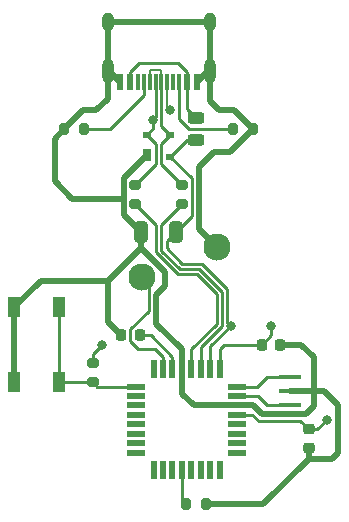
<source format=gbr>
%TF.GenerationSoftware,KiCad,Pcbnew,8.0.7*%
%TF.CreationDate,2025-02-15T22:59:02+05:30*%
%TF.ProjectId,isopcb,69736f70-6362-42e6-9b69-6361645f7063,rev?*%
%TF.SameCoordinates,Original*%
%TF.FileFunction,Copper,L2,Bot*%
%TF.FilePolarity,Positive*%
%FSLAX46Y46*%
G04 Gerber Fmt 4.6, Leading zero omitted, Abs format (unit mm)*
G04 Created by KiCad (PCBNEW 8.0.7) date 2025-02-15 22:59:02*
%MOMM*%
%LPD*%
G01*
G04 APERTURE LIST*
G04 Aperture macros list*
%AMRoundRect*
0 Rectangle with rounded corners*
0 $1 Rounding radius*
0 $2 $3 $4 $5 $6 $7 $8 $9 X,Y pos of 4 corners*
0 Add a 4 corners polygon primitive as box body*
4,1,4,$2,$3,$4,$5,$6,$7,$8,$9,$2,$3,0*
0 Add four circle primitives for the rounded corners*
1,1,$1+$1,$2,$3*
1,1,$1+$1,$4,$5*
1,1,$1+$1,$6,$7*
1,1,$1+$1,$8,$9*
0 Add four rect primitives between the rounded corners*
20,1,$1+$1,$2,$3,$4,$5,0*
20,1,$1+$1,$4,$5,$6,$7,0*
20,1,$1+$1,$6,$7,$8,$9,0*
20,1,$1+$1,$8,$9,$2,$3,0*%
G04 Aperture macros list end*
%TA.AperFunction,ComponentPad*%
%ADD10C,2.300000*%
%TD*%
%TA.AperFunction,SMDPad,CuDef*%
%ADD11RoundRect,0.225000X0.250000X-0.225000X0.250000X0.225000X-0.250000X0.225000X-0.250000X-0.225000X0*%
%TD*%
%TA.AperFunction,SMDPad,CuDef*%
%ADD12RoundRect,0.225000X-0.225000X-0.250000X0.225000X-0.250000X0.225000X0.250000X-0.225000X0.250000X0*%
%TD*%
%TA.AperFunction,SMDPad,CuDef*%
%ADD13RoundRect,0.243750X-0.456250X0.243750X-0.456250X-0.243750X0.456250X-0.243750X0.456250X0.243750X0*%
%TD*%
%TA.AperFunction,SMDPad,CuDef*%
%ADD14R,0.600000X1.450000*%
%TD*%
%TA.AperFunction,SMDPad,CuDef*%
%ADD15R,0.300000X1.450000*%
%TD*%
%TA.AperFunction,ComponentPad*%
%ADD16O,1.000000X1.600000*%
%TD*%
%TA.AperFunction,ComponentPad*%
%ADD17O,1.000000X2.100000*%
%TD*%
%TA.AperFunction,SMDPad,CuDef*%
%ADD18RoundRect,0.200000X-0.200000X-0.275000X0.200000X-0.275000X0.200000X0.275000X-0.200000X0.275000X0*%
%TD*%
%TA.AperFunction,SMDPad,CuDef*%
%ADD19R,1.900000X0.400000*%
%TD*%
%TA.AperFunction,SMDPad,CuDef*%
%ADD20RoundRect,0.200000X0.200000X0.275000X-0.200000X0.275000X-0.200000X-0.275000X0.200000X-0.275000X0*%
%TD*%
%TA.AperFunction,SMDPad,CuDef*%
%ADD21RoundRect,0.200000X0.275000X-0.200000X0.275000X0.200000X-0.275000X0.200000X-0.275000X-0.200000X0*%
%TD*%
%TA.AperFunction,SMDPad,CuDef*%
%ADD22RoundRect,0.250000X-0.325000X-0.650000X0.325000X-0.650000X0.325000X0.650000X-0.325000X0.650000X0*%
%TD*%
%TA.AperFunction,SMDPad,CuDef*%
%ADD23RoundRect,0.225000X0.225000X0.250000X-0.225000X0.250000X-0.225000X-0.250000X0.225000X-0.250000X0*%
%TD*%
%TA.AperFunction,SMDPad,CuDef*%
%ADD24RoundRect,0.200000X-0.275000X0.200000X-0.275000X-0.200000X0.275000X-0.200000X0.275000X0.200000X0*%
%TD*%
%TA.AperFunction,SMDPad,CuDef*%
%ADD25R,1.000000X1.700000*%
%TD*%
%TA.AperFunction,SMDPad,CuDef*%
%ADD26R,0.700000X1.000000*%
%TD*%
%TA.AperFunction,SMDPad,CuDef*%
%ADD27R,0.700000X0.600000*%
%TD*%
%TA.AperFunction,SMDPad,CuDef*%
%ADD28R,1.600000X0.550000*%
%TD*%
%TA.AperFunction,SMDPad,CuDef*%
%ADD29R,0.550000X1.600000*%
%TD*%
%TA.AperFunction,ViaPad*%
%ADD30C,0.800000*%
%TD*%
%TA.AperFunction,Conductor*%
%ADD31C,0.250000*%
%TD*%
%TA.AperFunction,Conductor*%
%ADD32C,0.550000*%
%TD*%
%TA.AperFunction,Conductor*%
%ADD33C,0.200000*%
%TD*%
G04 APERTURE END LIST*
D10*
%TO.P,SW1,1,1*%
%TO.N,SW1*%
X162867000Y-91116600D03*
%TO.P,SW1,2,2*%
%TO.N,GND*%
X169217000Y-88576600D03*
%TD*%
D11*
%TO.P,C3,1*%
%TO.N,GND*%
X176995100Y-105562100D03*
%TO.P,C3,2*%
%TO.N,VCC*%
X176995100Y-104012100D03*
%TD*%
D12*
%TO.P,C1,1*%
%TO.N,GND*%
X161139800Y-96037700D03*
%TO.P,C1,2*%
%TO.N,Net-(U1-UCAP)*%
X162689800Y-96037700D03*
%TD*%
D13*
%TO.P,F1,1*%
%TO.N,Net-(F1-Pad1)*%
X167470700Y-77638800D03*
%TO.P,F1,2*%
%TO.N,VCC*%
X167470700Y-79513800D03*
%TD*%
D14*
%TO.P,J1,A1,GND*%
%TO.N,GND*%
X161045900Y-74607800D03*
%TO.P,J1,A4,VBUS*%
%TO.N,Net-(F1-Pad1)*%
X161845900Y-74607800D03*
D15*
%TO.P,J1,A5,CC1*%
%TO.N,Net-(J1-CC1)*%
X163045900Y-74607800D03*
%TO.P,J1,A6,D+*%
%TO.N,D+*%
X164045900Y-74607800D03*
%TO.P,J1,A7,D-*%
%TO.N,D-*%
X164545900Y-74607800D03*
%TO.P,J1,A8,SBU1*%
%TO.N,unconnected-(J1-SBU1-PadA8)*%
X165545900Y-74607800D03*
D14*
%TO.P,J1,A9,VBUS*%
%TO.N,Net-(F1-Pad1)*%
X166745900Y-74607800D03*
%TO.P,J1,A12,GND*%
%TO.N,GND*%
X167545900Y-74607800D03*
%TO.P,J1,B1,GND*%
X167545900Y-74607800D03*
%TO.P,J1,B4,VBUS*%
%TO.N,Net-(F1-Pad1)*%
X166745900Y-74607800D03*
D15*
%TO.P,J1,B5,CC2*%
%TO.N,Net-(J1-CC2)*%
X166045900Y-74607800D03*
%TO.P,J1,B6,D+*%
%TO.N,D+*%
X165045900Y-74607800D03*
%TO.P,J1,B7,D-*%
%TO.N,D-*%
X163545900Y-74607800D03*
%TO.P,J1,B8,SBU2*%
%TO.N,unconnected-(J1-SBU2-PadB8)*%
X162545900Y-74607800D03*
D14*
%TO.P,J1,B9,VBUS*%
%TO.N,Net-(F1-Pad1)*%
X161845900Y-74607800D03*
%TO.P,J1,B12,GND*%
%TO.N,GND*%
X161045900Y-74607800D03*
D16*
%TO.P,J1,S1,SHIELD*%
X159975900Y-69512800D03*
D17*
X159975900Y-73692800D03*
D16*
X168615900Y-69512800D03*
D17*
X168615900Y-73692800D03*
%TD*%
D18*
%TO.P,R4,1*%
%TO.N,Net-(J1-CC2)*%
X170614200Y-78576300D03*
%TO.P,R4,2*%
%TO.N,GND*%
X172264200Y-78576300D03*
%TD*%
%TO.P,R3,1*%
%TO.N,Net-(U1-~{HWB}{slash}PD7)*%
X166645700Y-110324300D03*
%TO.P,R3,2*%
%TO.N,GND*%
X168295700Y-110324300D03*
%TD*%
D19*
%TO.P,Y1,1,1*%
%TO.N,Net-(U1-XTAL1)*%
X175407700Y-99581000D03*
%TO.P,Y1,2,2*%
%TO.N,GND*%
X175407700Y-100781000D03*
%TO.P,Y1,3,3*%
%TO.N,Net-(U1-PC0{slash}XTAL2)*%
X175407700Y-101981000D03*
%TD*%
D20*
%TO.P,R5,1*%
%TO.N,Net-(J1-CC1)*%
X157977600Y-78576300D03*
%TO.P,R5,2*%
%TO.N,GND*%
X156327600Y-78576300D03*
%TD*%
D21*
%TO.P,R6,1*%
%TO.N,Net-(U1-PC1{slash}~{RESET})*%
X158740000Y-100037500D03*
%TO.P,R6,2*%
%TO.N,VCC*%
X158740000Y-98387500D03*
%TD*%
D22*
%TO.P,C2,1*%
%TO.N,GND*%
X162820900Y-87307000D03*
%TO.P,C2,2*%
%TO.N,VCC*%
X165770900Y-87307000D03*
%TD*%
D23*
%TO.P,C4,1*%
%TO.N,GND*%
X174595300Y-96831400D03*
%TO.P,C4,2*%
%TO.N,VCC*%
X173045300Y-96831400D03*
%TD*%
D24*
%TO.P,R1,1*%
%TO.N,D-*%
X166295900Y-83307200D03*
%TO.P,R1,2*%
%TO.N,Net-(U1-D-)*%
X166295900Y-84957200D03*
%TD*%
D25*
%TO.P,SW2,1,1*%
%TO.N,GND*%
X152077800Y-93681400D03*
X152077800Y-99981400D03*
%TO.P,SW2,2,2*%
%TO.N,Net-(U1-PC1{slash}~{RESET})*%
X155877800Y-93681400D03*
X155877800Y-99981400D03*
%TD*%
D24*
%TO.P,R2,1*%
%TO.N,D+*%
X162295900Y-83307200D03*
%TO.P,R2,2*%
%TO.N,Net-(U1-D+)*%
X162295900Y-84957200D03*
%TD*%
D26*
%TO.P,D1,1,GND*%
%TO.N,GND*%
X163295900Y-80760000D03*
D27*
%TO.P,D1,2,I/O1*%
%TO.N,D+*%
X163295900Y-79060000D03*
%TO.P,D1,3,I/O2*%
%TO.N,D-*%
X165295900Y-79060000D03*
%TO.P,D1,4,VCC*%
%TO.N,VCC*%
X165295900Y-80960000D03*
%TD*%
D28*
%TO.P,U1,1,XTAL1*%
%TO.N,Net-(U1-XTAL1)*%
X170927000Y-100381000D03*
%TO.P,U1,2,PC0/XTAL2*%
%TO.N,Net-(U1-PC0{slash}XTAL2)*%
X170927000Y-101181000D03*
%TO.P,U1,3,GND*%
%TO.N,GND*%
X170927000Y-101981000D03*
%TO.P,U1,4,VCC*%
%TO.N,VCC*%
X170927000Y-102781000D03*
%TO.P,U1,5,PC2*%
%TO.N,unconnected-(U1-PC2-Pad5)*%
X170927000Y-103581000D03*
%TO.P,U1,6,PD0*%
%TO.N,unconnected-(U1-PD0-Pad6)*%
X170927000Y-104381000D03*
%TO.P,U1,7,PD1*%
%TO.N,unconnected-(U1-PD1-Pad7)*%
X170927000Y-105181000D03*
%TO.P,U1,8,PD2*%
%TO.N,unconnected-(U1-PD2-Pad8)*%
X170927000Y-105981000D03*
D29*
%TO.P,U1,9,PD3*%
%TO.N,unconnected-(U1-PD3-Pad9)*%
X169477000Y-107431000D03*
%TO.P,U1,10,PD4*%
%TO.N,unconnected-(U1-PD4-Pad10)*%
X168677000Y-107431000D03*
%TO.P,U1,11,PD5*%
%TO.N,unconnected-(U1-PD5-Pad11)*%
X167877000Y-107431000D03*
%TO.P,U1,12,PD6*%
%TO.N,unconnected-(U1-PD6-Pad12)*%
X167077000Y-107431000D03*
%TO.P,U1,13,~{HWB}/PD7*%
%TO.N,Net-(U1-~{HWB}{slash}PD7)*%
X166277000Y-107431000D03*
%TO.P,U1,14,PB0*%
%TO.N,unconnected-(U1-PB0-Pad14)*%
X165477000Y-107431000D03*
%TO.P,U1,15,PB1*%
%TO.N,unconnected-(U1-PB1-Pad15)*%
X164677000Y-107431000D03*
%TO.P,U1,16,PB2*%
%TO.N,unconnected-(U1-PB2-Pad16)*%
X163877000Y-107431000D03*
D28*
%TO.P,U1,17,PB3*%
%TO.N,unconnected-(U1-PB3-Pad17)*%
X162427000Y-105981000D03*
%TO.P,U1,18,PB4*%
%TO.N,unconnected-(U1-PB4-Pad18)*%
X162427000Y-105181000D03*
%TO.P,U1,19,PB5*%
%TO.N,unconnected-(U1-PB5-Pad19)*%
X162427000Y-104381000D03*
%TO.P,U1,20,PB6*%
%TO.N,unconnected-(U1-PB6-Pad20)*%
X162427000Y-103581000D03*
%TO.P,U1,21,PB7*%
%TO.N,unconnected-(U1-PB7-Pad21)*%
X162427000Y-102781000D03*
%TO.P,U1,22,PC7*%
%TO.N,unconnected-(U1-PC7-Pad22)*%
X162427000Y-101981000D03*
%TO.P,U1,23,PC6*%
%TO.N,unconnected-(U1-PC6-Pad23)*%
X162427000Y-101181000D03*
%TO.P,U1,24,PC1/~{RESET}*%
%TO.N,Net-(U1-PC1{slash}~{RESET})*%
X162427000Y-100381000D03*
D29*
%TO.P,U1,25,PC5*%
%TO.N,unconnected-(U1-PC5-Pad25)*%
X163877000Y-98931000D03*
%TO.P,U1,26,PC4*%
%TO.N,SW1*%
X164677000Y-98931000D03*
%TO.P,U1,27,UCAP*%
%TO.N,Net-(U1-UCAP)*%
X165477000Y-98931000D03*
%TO.P,U1,28,UGND*%
%TO.N,GND*%
X166277000Y-98931000D03*
%TO.P,U1,29,D+*%
%TO.N,Net-(U1-D+)*%
X167077000Y-98931000D03*
%TO.P,U1,30,D-*%
%TO.N,Net-(U1-D-)*%
X167877000Y-98931000D03*
%TO.P,U1,31,UVCC*%
%TO.N,VCC*%
X168677000Y-98931000D03*
%TO.P,U1,32,AVCC*%
X169477000Y-98931000D03*
%TD*%
D30*
%TO.N,D+*%
X165270400Y-76988900D03*
X163821400Y-77782600D03*
%TO.N,VCC*%
X178582500Y-103181000D03*
X170392975Y-95244000D03*
X159533700Y-96831400D03*
X173820300Y-95244000D03*
%TD*%
D31*
%TO.N,Net-(U1-PC1{slash}~{RESET})*%
X162427000Y-100381000D02*
X159083500Y-100381000D01*
X155877800Y-93681400D02*
X155877800Y-99981400D01*
X158740000Y-100037500D02*
X155933900Y-100037500D01*
X155933900Y-100037500D02*
X155877800Y-99981400D01*
X159083500Y-100381000D02*
X158740000Y-100037500D01*
%TO.N,Net-(U1-XTAL1)*%
X172651800Y-100381000D02*
X170927000Y-100381000D01*
X175407700Y-99581000D02*
X173451800Y-99581000D01*
X173451800Y-99581000D02*
X172651800Y-100381000D01*
%TO.N,Net-(U1-PC0{slash}XTAL2)*%
X173492350Y-101981000D02*
X175407700Y-101981000D01*
X172692350Y-101181000D02*
X173492350Y-101981000D01*
X170927000Y-101181000D02*
X172692350Y-101181000D01*
D32*
%TO.N,GND*%
X178281000Y-100781000D02*
X179457500Y-101957500D01*
X170687900Y-77000000D02*
X172264200Y-78576300D01*
X164102200Y-92628716D02*
X164880728Y-91850188D01*
X155500000Y-83000000D02*
X155500000Y-79403900D01*
X177281000Y-100781000D02*
X177419937Y-100781000D01*
X160000000Y-91451743D02*
X154307457Y-91451743D01*
X179457500Y-101957500D02*
X179457500Y-106042500D01*
X168460900Y-73692800D02*
X167545900Y-74607800D01*
X177419937Y-100781000D02*
X178281000Y-100781000D01*
X166277000Y-100984150D02*
X166277000Y-98931000D01*
X155500000Y-79403900D02*
X156327600Y-78576300D01*
X167273850Y-101981000D02*
X166277000Y-100984150D01*
X176331400Y-96831400D02*
X174595300Y-96831400D01*
X161345900Y-84500000D02*
X161345900Y-82710000D01*
X177419937Y-100781000D02*
X177419937Y-97919937D01*
X164880728Y-91850188D02*
X164880728Y-90690671D01*
X162820900Y-87307000D02*
X161345900Y-85832000D01*
X177419937Y-102068763D02*
X177419937Y-100781000D01*
X179000000Y-106500000D02*
X177000000Y-106500000D01*
X161345900Y-82710000D02*
X163295900Y-80760000D01*
X152077800Y-93681400D02*
X152077800Y-99981400D01*
X170927000Y-101981000D02*
X167273850Y-101981000D01*
X176995100Y-106495100D02*
X173165900Y-110324300D01*
X166277000Y-98931000D02*
X166277000Y-97225100D01*
X176758100Y-102730600D02*
X177419937Y-102068763D01*
X159975900Y-73692800D02*
X159975900Y-69512800D01*
X161345900Y-85832000D02*
X161345900Y-84500000D01*
X173026600Y-102730600D02*
X176758100Y-102730600D01*
X170927000Y-101981000D02*
X172277000Y-101981000D01*
X168615900Y-76193925D02*
X169421975Y-77000000D01*
X159975900Y-73692800D02*
X160130900Y-73692800D01*
X177419937Y-97919937D02*
X176331400Y-96831400D01*
X176995100Y-106495100D02*
X176995100Y-105562100D01*
X160130900Y-73692800D02*
X161045900Y-74607800D01*
X161345900Y-84500000D02*
X157000000Y-84500000D01*
X168615900Y-73692800D02*
X168615900Y-76193925D01*
X169000000Y-80500000D02*
X167695900Y-81804100D01*
X169421975Y-77000000D02*
X170687900Y-77000000D01*
X168615900Y-73692800D02*
X168460900Y-73692800D01*
X168615900Y-69512800D02*
X168615900Y-73692800D01*
X160000000Y-94897900D02*
X161139800Y-96037700D01*
X156327600Y-78576300D02*
X157903900Y-77000000D01*
X157903900Y-77000000D02*
X159000000Y-77000000D01*
X157000000Y-84500000D02*
X155500000Y-83000000D01*
X173165900Y-110324300D02*
X168295700Y-110324300D01*
X164102200Y-95050300D02*
X164102200Y-92628716D01*
X162820900Y-88630843D02*
X160000000Y-91451743D01*
X170340500Y-80500000D02*
X169000000Y-80500000D01*
X167695900Y-81804100D02*
X167695900Y-87055500D01*
X167695900Y-87055500D02*
X169217000Y-88576600D01*
X159975900Y-69512800D02*
X168615900Y-69512800D01*
X177281000Y-100781000D02*
X175407700Y-100781000D01*
X154307457Y-91451743D02*
X152077800Y-93681400D01*
X172277000Y-101981000D02*
X173026600Y-102730600D01*
X164880728Y-90690671D02*
X162820900Y-88630843D01*
X166277000Y-97225100D02*
X164102200Y-95050300D01*
X159975900Y-76024100D02*
X159975900Y-73692800D01*
X179457500Y-106042500D02*
X179000000Y-106500000D01*
X172264200Y-78576300D02*
X170340500Y-80500000D01*
X177000000Y-106500000D02*
X176995100Y-106495100D01*
X159000000Y-77000000D02*
X159975900Y-76024100D01*
X162820900Y-87307000D02*
X162820900Y-88630843D01*
X160000000Y-91451743D02*
X160000000Y-94897900D01*
D31*
%TO.N,D-*%
X164545900Y-78310000D02*
X165295900Y-79060000D01*
X164545900Y-74607800D02*
X164545900Y-78310000D01*
X164545900Y-81557200D02*
X166295900Y-83307200D01*
X164545900Y-79810000D02*
X164545900Y-81557200D01*
X165295900Y-79060000D02*
X164545900Y-79810000D01*
D33*
X163545900Y-74607800D02*
X163545900Y-73632800D01*
X164545900Y-73632800D02*
X164545900Y-74607800D01*
X163595900Y-73582800D02*
X164495900Y-73582800D01*
X163545900Y-73632800D02*
X163595900Y-73582800D01*
X164495900Y-73582800D02*
X164545900Y-73632800D01*
D31*
%TO.N,D+*%
X164045900Y-81557200D02*
X162295900Y-83307200D01*
D33*
X165045900Y-74607800D02*
X165045900Y-76764400D01*
D31*
X164045900Y-79810000D02*
X164045900Y-81557200D01*
X164045900Y-77558100D02*
X163821400Y-77782600D01*
X164045900Y-74607800D02*
X164045900Y-77558100D01*
X163821400Y-77782600D02*
X163821400Y-78534500D01*
D33*
X165045900Y-76764400D02*
X165270400Y-76988900D01*
D31*
X163295900Y-79060000D02*
X164045900Y-79810000D01*
X163821400Y-78534500D02*
X163295900Y-79060000D01*
%TO.N,VCC*%
X170392975Y-95244000D02*
X170118475Y-94969500D01*
X176995100Y-104012100D02*
X177751400Y-104012100D01*
X170118475Y-92164921D02*
X167940401Y-89986847D01*
X176313600Y-103330600D02*
X176995100Y-104012100D01*
X167470700Y-79513800D02*
X166742100Y-79513800D01*
X166298224Y-89986847D02*
X164995900Y-88684523D01*
X167095900Y-85982000D02*
X167095900Y-82760000D01*
X159533700Y-96831400D02*
X158740000Y-97625100D01*
X167095900Y-82760000D02*
X165295900Y-80960000D01*
X170927000Y-102781000D02*
X172228472Y-102781000D01*
X173820300Y-95244000D02*
X173820300Y-96056400D01*
X170392975Y-95244000D02*
X168677000Y-96959975D01*
X168677000Y-96959975D02*
X168677000Y-98931000D01*
X170118475Y-94969500D02*
X170118475Y-92164921D01*
X177751400Y-104012100D02*
X178582500Y-103181000D01*
X158740000Y-97625100D02*
X158740000Y-98387500D01*
X173820300Y-96056400D02*
X173045300Y-96831400D01*
X169477000Y-97206200D02*
X169851800Y-96831400D01*
X169851800Y-96831400D02*
X173045300Y-96831400D01*
X169477000Y-98931000D02*
X169477000Y-97206200D01*
X172228472Y-102781000D02*
X172778072Y-103330600D01*
X167940401Y-89986847D02*
X166298224Y-89986847D01*
X164995900Y-88082000D02*
X167095900Y-85982000D01*
X166742100Y-79513800D02*
X165295900Y-80960000D01*
X172778072Y-103330600D02*
X176313600Y-103330600D01*
X164995900Y-88684523D02*
X164995900Y-88082000D01*
%TO.N,Net-(F1-Pad1)*%
X166745900Y-73782800D02*
X165983500Y-73020400D01*
X166745900Y-74607800D02*
X166745900Y-76914000D01*
X161845900Y-73782800D02*
X161845900Y-74607800D01*
X166745900Y-74607800D02*
X166745900Y-73782800D01*
X166745900Y-76914000D02*
X167470700Y-77638800D01*
X165983500Y-73020400D02*
X162608300Y-73020400D01*
X162608300Y-73020400D02*
X161845900Y-73782800D01*
%TO.N,Net-(U1-D-)*%
X164545900Y-88870919D02*
X166111828Y-90436847D01*
X167877000Y-97061496D02*
X167877000Y-98931000D01*
X164545900Y-86707200D02*
X164545900Y-88870919D01*
X166295900Y-84957200D02*
X164545900Y-86707200D01*
X166111828Y-90436847D02*
X167754005Y-90436847D01*
X167754005Y-90436847D02*
X169668475Y-92351317D01*
X169668475Y-95270021D02*
X167877000Y-97061496D01*
X169668475Y-92351317D02*
X169668475Y-95270021D01*
%TO.N,Net-(U1-D+)*%
X167567609Y-90886847D02*
X169218475Y-92537713D01*
X164045900Y-89007315D02*
X165925432Y-90886847D01*
X164045900Y-88894400D02*
X164045900Y-89007315D01*
X169218475Y-95083625D02*
X167077000Y-97225100D01*
X167077000Y-97225100D02*
X167077000Y-98931000D01*
X165925432Y-90886847D02*
X167567609Y-90886847D01*
X169218475Y-92537713D02*
X169218475Y-95083625D01*
X164045900Y-86707200D02*
X164045900Y-88894400D01*
X162295900Y-84957200D02*
X164045900Y-86707200D01*
%TO.N,Net-(J1-CC2)*%
X166045900Y-77725088D02*
X166897112Y-78576300D01*
X166045900Y-74607800D02*
X166045900Y-77725088D01*
X166897112Y-78576300D02*
X170614200Y-78576300D01*
%TO.N,Net-(J1-CC1)*%
X163045900Y-75714100D02*
X160183700Y-78576300D01*
X163045900Y-74607800D02*
X163045900Y-75714100D01*
X160183700Y-78576300D02*
X157977600Y-78576300D01*
%TO.N,Net-(U1-~{HWB}{slash}PD7)*%
X166277000Y-107431000D02*
X166277000Y-109955600D01*
X166277000Y-109955600D02*
X166645700Y-110324300D01*
%TO.N,Net-(U1-UCAP)*%
X163633700Y-96037700D02*
X165477000Y-97881000D01*
X165477000Y-97881000D02*
X165477000Y-98931000D01*
X162689800Y-96037700D02*
X163633700Y-96037700D01*
%TO.N,SW1*%
X164677000Y-98931000D02*
X164677000Y-97881000D01*
X163502200Y-93948282D02*
X163502200Y-91751800D01*
X164677000Y-97881000D02*
X163990397Y-97194397D01*
X161914800Y-95535682D02*
X163502200Y-93948282D01*
X161914800Y-96521752D02*
X161914800Y-95535682D01*
X163502200Y-91751800D02*
X162867000Y-91116600D01*
X162587445Y-97194397D02*
X161914800Y-96521752D01*
X163990397Y-97194397D02*
X162587445Y-97194397D01*
%TD*%
M02*

</source>
